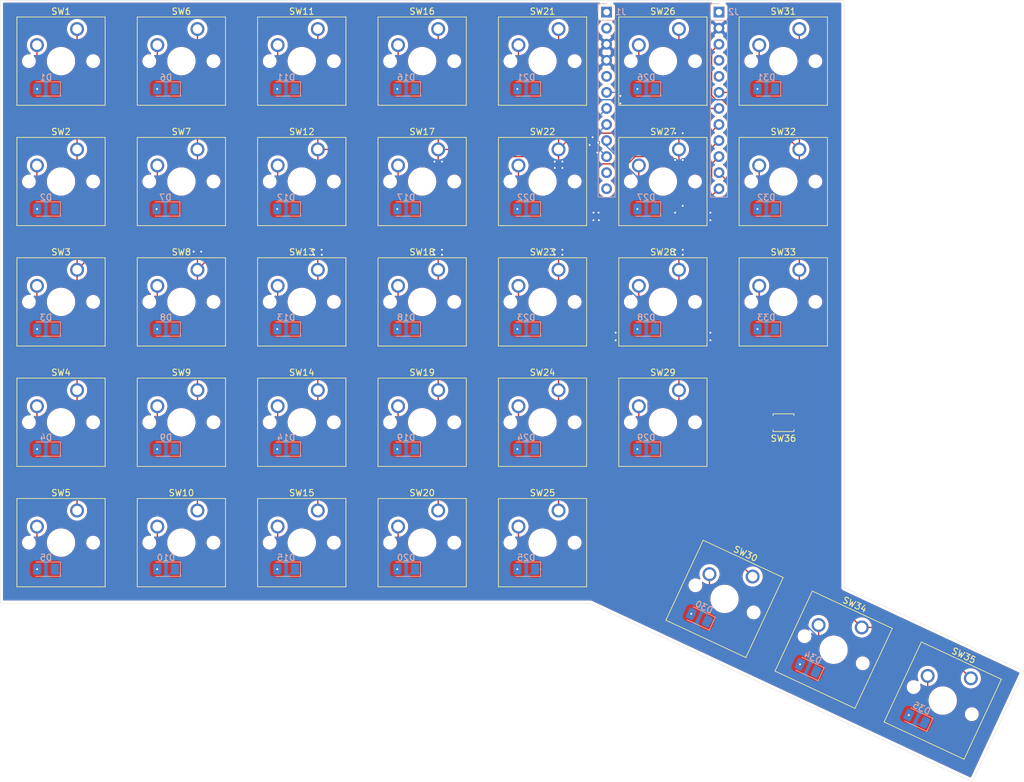
<source format=kicad_pcb>
(kicad_pcb (version 20241229) (generator "pcbnew") (generator_version "9.0")
  (layers (0 "F.Cu" signal) (2 "B.Cu" signal) (13 "F.Paste" user) (15 "B.Paste" user) (5 "F.SilkS" user "F.Silkscreen") (7 "B.SilkS" user "B.Silkscreen") (1 "F.Mask" user) (3 "B.Mask" user) (25 "Edge.Cuts" user))
  (net 0 "")
  (net 1 "Net-(D28-A)")
  (net 2 "row.2.L")
  (net 3 "row.4.L")
  (net 4 "Net-(D20-A)")
  (net 5 "Net-(D21-A)")
  (net 6 "row.0.L")
  (net 7 "row.1.L")
  (net 8 "Net-(D22-A)")
  (net 9 "Net-(D23-A)")
  (net 10 "Net-(D24-A)")
  (net 11 "row.3.L")
  (net 12 "Net-(D25-A)")
  (net 13 "Net-(D26-A)")
  (net 14 "Net-(D27-A)")
  (net 15 "Net-(D19-A)")
  (net 16 "Net-(D29-A)")
  (net 17 "Net-(D30-A)")
  (net 18 "Net-(D31-A)")
  (net 19 "Net-(D32-A)")
  (net 20 "Net-(D33-A)")
  (net 21 "Net-(D34-A)")
  (net 22 "Net-(D35-A)")
  (net 23 "Net-(D1-A)")
  (net 24 "Net-(D10-A)")
  (net 25 "Net-(D2-A)")
  (net 26 "Net-(D3-A)")
  (net 27 "Net-(D4-A)")
  (net 28 "Net-(D5-A)")
  (net 29 "Net-(D6-A)")
  (net 30 "Net-(D7-A)")
  (net 31 "Net-(D8-A)")
  (net 32 "Net-(D9-A)")
  (net 33 "Net-(D11-A)")
  (net 34 "Net-(D12-A)")
  (net 35 "Net-(D13-A)")
  (net 36 "Net-(D14-A)")
  (net 37 "Net-(D15-A)")
  (net 38 "Net-(D16-A)")
  (net 39 "Net-(D17-A)")
  (net 40 "Net-(D18-A)")
  (net 41 "col.4.L")
  (net 42 "col.2.L")
  (net 43 "col.1.L")
  (net 45 "GND")
  (net 46 "col.0.L")
  (net 49 "col.6.L")
  (net 50 "col.3.L")
  (net 51 "Net-(J2-Pin_3)")
  (net 52 "col.5.L")
  (footprint "Button_Switch_Keyboard:SW_Cherry_MX_1.00u_PCB" (layer "F.Cu") (at 168.52125 84.87)
    (property "Reference" "SW28")
    (property "Value" "SW_Push")
  )
  (footprint "Button_Switch_Keyboard:SW_Cherry_MX_1.00u_PCB" (layer "F.Cu") (at 168.52125 46.77)
    (property "Reference" "SW26")
    (property "Value" "SW_Push")
  )
  (footprint "Button_Switch_SMD:SW_SPST_B3U-1000P" (layer "F.Cu") (at 185.0601 109.06354 180)
    (property "Reference" "SW36")
    (property "Value" "SW_Push_Reset" (hide yes))
  )
  (footprint "Button_Switch_Keyboard:SW_Cherry_MX_1.00u_PCB" (layer "F.Cu") (at 73.27125 103.92)
    (property "Reference" "SW4")
    (property "Value" "SW_Push")
  )
  (footprint "Button_Switch_Keyboard:SW_Cherry_MX_1.00u_PCB" (layer "F.Cu") (at 73.27125 46.77)
    (property "Reference" "SW1")
    (property "Value" "SW_Push")
  )
  (footprint "Button_Switch_Keyboard:SW_Cherry_MX_1.00u_PCB" (layer "F.Cu") (at 130.42125 103.92)
    (property "Reference" "SW19")
    (property "Value" "SW_Push")
  )
  (footprint "Button_Switch_Keyboard:SW_Cherry_MX_1.00u_PCB" (layer "F.Cu") (at 168.52125 103.92)
    (property "Reference" "SW29")
    (property "Value" "SW_Push")
  )
  (footprint "Button_Switch_Keyboard:SW_Cherry_MX_1.00u_PCB" (layer "F.Cu") (at 180.183759 133.418529 -25)
    (property "Reference" "SW30")
    (property "Value" "SW_Push")
  )
  (footprint "Button_Switch_Keyboard:SW_Cherry_MX_1.00u_PCB" (layer "F.Cu") (at 111.37125 46.77)
    (property "Reference" "SW11")
    (property "Value" "SW_Push")
  )
  (footprint "Button_Switch_Keyboard:SW_Cherry_MX_1.00u_PCB" (layer "F.Cu") (at 92.32125 103.92)
    (property "Reference" "SW9")
    (property "Value" "SW_Push")
  )
  (footprint "Button_Switch_Keyboard:SW_Cherry_MX_1.00u_PCB" (layer "F.Cu") (at 111.37125 122.97)
    (property "Reference" "SW15")
    (property "Value" "SW_Push")
  )
  (footprint "Button_Switch_Keyboard:SW_Cherry_MX_1.00u_PCB" (layer "F.Cu") (at 130.42125 122.97)
    (property "Reference" "SW20")
    (property "Value" "SW_Push")
  )
  (footprint "Button_Switch_Keyboard:SW_Cherry_MX_1.00u_PCB" (layer "F.Cu") (at 111.37125 65.82)
    (property "Reference" "SW12")
    (property "Value" "SW_Push")
  )
  (footprint "Button_Switch_Keyboard:SW_Cherry_MX_1.00u_PCB" (layer "F.Cu") (at 92.32125 65.82)
    (property "Reference" "SW7")
    (property "Value" "SW_Push")
  )
  (footprint "Button_Switch_Keyboard:SW_Cherry_MX_1.00u_PCB" (layer "F.Cu") (at 130.42125 46.77)
    (property "Reference" "SW16")
    (property "Value" "SW_Push")
  )
  (footprint "Button_Switch_Keyboard:SW_Cherry_MX_1.00u_PCB" (layer "F.Cu") (at 187.57125 84.87)
    (property "Reference" "SW33")
    (property "Value" "SW_Push")
  )
  (footprint "Button_Switch_Keyboard:SW_Cherry_MX_1.00u_PCB" (layer "F.Cu") (at 187.57125 46.77)
    (property "Reference" "SW31")
    (property "Value" "SW_Push")
  )
  (footprint "Button_Switch_Keyboard:SW_Cherry_MX_1.00u_PCB" (layer "F.Cu") (at 149.47125 84.87)
    (property "Reference" "SW23")
    (property "Value" "SW_Push")
  )
  (footprint "Button_Switch_Keyboard:SW_Cherry_MX_1.00u_PCB" (layer "F.Cu") (at 92.32125 46.77)
    (property "Reference" "SW6")
    (property "Value" "SW_Push")
  )
  (footprint "Button_Switch_Keyboard:SW_Cherry_MX_1.00u_PCB" (layer "F.Cu") (at 130.42125 84.87)
    (property "Reference" "SW18")
    (property "Value" "SW_Push")
  )
  (footprint "Button_Switch_Keyboard:SW_Cherry_MX_1.00u_PCB" (layer "F.Cu") (at 149.47125 65.82)
    (property "Reference" "SW22")
    (property "Value" "SW_Push")
  )
  (footprint "Button_Switch_Keyboard:SW_Cherry_MX_1.00u_PCB" (layer "F.Cu") (at 111.37125 84.87)
    (property "Reference" "SW13")
    (property "Value" "SW_Push")
  )
  (footprint "Button_Switch_Keyboard:SW_Cherry_MX_1.00u_PCB" (layer "F.Cu") (at 73.27125 84.87)
    (property "Reference" "SW3")
    (property "Value" "SW_Push")
  )
  (footprint "Button_Switch_Keyboard:SW_Cherry_MX_1.00u_PCB" (layer "F.Cu") (at 92.32125 84.87)
    (property "Reference" "SW8")
    (property "Value" "SW_Push")
  )
  (footprint "Button_Switch_Keyboard:SW_Cherry_MX_1.00u_PCB" (layer "F.Cu") (at 214.714086 149.520285 -25)
    (property "Reference" "SW35")
    (property "Value" "SW_Push")
  )
  (footprint "Button_Switch_Keyboard:SW_Cherry_MX_1.00u_PCB" (layer "F.Cu") (at 197.448923 141.469407 -25)
    (property "Reference" "SW34")
    (property "Value" "SW_Push")
  )
  (footprint "Button_Switch_Keyboard:SW_Cherry_MX_1.00u_PCB" (layer "F.Cu") (at 111.37125 103.92)
    (property "Reference" "SW14")
    (property "Value" "SW_Push")
  )
  (footprint "Button_Switch_Keyboard:SW_Cherry_MX_1.00u_PCB" (layer "F.Cu") (at 149.47125 122.97)
    (property "Reference" "SW25")
    (property "Value" "SW_Push")
  )
  (footprint "Button_Switch_Keyboard:SW_Cherry_MX_1.00u_PCB" (layer "F.Cu") (at 149.47125 103.92)
    (property "Reference" "SW24")
    (property "Value" "SW_Push")
  )
  (footprint "Button_Switch_Keyboard:SW_Cherry_MX_1.00u_PCB" (layer "F.Cu") (at 73.27125 65.82)
    (property "Reference" "SW2")
    (property "Value" "SW_Push")
  )
  (footprint "Button_Switch_Keyboard:SW_Cherry_MX_1.00u_PCB" (layer "F.Cu") (at 168.52125 65.82)
    (property "Reference" "SW27")
    (property "Value" "SW_Push")
  )
  (footprint "Button_Switch_Keyboard:SW_Cherry_MX_1.00u_PCB" (layer "F.Cu") (at 73.27125 122.97)
    (property "Reference" "SW5")
    (property "Value" "SW_Push")
  )
  (footprint "Button_Switch_Keyboard:SW_Cherry_MX_1.00u_PCB" (layer "F.Cu") (at 130.42125 65.82)
    (property "Reference" "SW17")
    (property "Value" "SW_Push")
  )
  (footprint "Button_Switch_Keyboard:SW_Cherry_MX_1.00u_PCB" (layer "F.Cu") (at 187.57125 65.82)
    (property "Reference" "SW32")
    (property "Value" "SW_Push")
  )
  (footprint "Button_Switch_Keyboard:SW_Cherry_MX_1.00u_PCB" (layer "F.Cu") (at 149.47125 46.77)
    (property "Reference" "SW21")
    (property "Value" "SW_Push")
  )
  (footprint "Button_Switch_Keyboard:SW_Cherry_MX_1.00u_PCB" (layer "F.Cu") (at 92.32125 122.97)
    (property "Reference" "SW10")
    (property "Value" "SW_Push")
  )
  (footprint "Diode_SMD:D_1206_3216Metric" (layer "B.Cu") (at 87.35 113.25 180)
    (property "Reference" "D9")
    (property "Value" "1N4148")
  )
  (footprint "Diode_SMD:D_1206_3216Metric" (layer "B.Cu") (at 163.35 94.25 180)
    (property "Reference" "D28")
    (property "Value" "1N4148")
  )
  (footprint "Diode_SMD:D_1206_3216Metric" (layer "B.Cu") (at 163.35 56.25 180)
    (property "Reference" "D26")
    (property "Value" "1N4148")
  )
  (footprint "Diode_SMD:D_1206_3216Metric" (layer "B.Cu") (at 163.35 75.25 180)
    (property "Reference" "D27")
    (property "Value" "1N4148")
  )
  (footprint "Diode_SMD:D_1206_3216Metric" (layer "B.Cu") (at 182.35 75.25 180)
    (property "Reference" "D32")
    (property "Value" "1N4148")
  )
  (footprint "Diode_SMD:D_1206_3216Metric" (layer "B.Cu") (at 87.35 56.25 180)
    (property "Reference" "D6")
    (property "Value" "1N4148")
  )
  (footprint "Diode_SMD:D_1206_3216Metric" (layer "B.Cu") (at 106.35 132.25 180)
    (property "Reference" "D15")
    (property "Value" "1N4148")
  )
  (footprint "Diode_SMD:D_1206_3216Metric" (layer "B.Cu") (at 87.25 75.25 180)
    (property "Reference" "D7")
    (property "Value" "1N4148")
  )
  (footprint "Diode_SMD:D_1206_3216Metric" (layer "B.Cu") (at 125.35 113.25 180)
    (property "Reference" "D19")
    (property "Value" "1N4148")
  )
  (footprint "Connector_PinSocket_2.54mm:PinSocket_1x12_P2.54mm_Vertical" (layer "B.Cu") (at 174.85 44.1 180)
    (property "Reference" "J2")
    (property "Value" "Conn_01x12_Pin")
  )
  (footprint "Diode_SMD:D_1206_3216Metric" (layer "B.Cu") (at 125.35 94.25 180)
    (property "Reference" "D18")
    (property "Value" "1N4148")
  )
  (footprint "Diode_SMD:D_1206_3216Metric" (layer "B.Cu") (at 106.35 94.25 180)
    (property "Reference" "D13")
    (property "Value" "1N4148")
  )
  (footprint "Diode_SMD:D_1206_3216Metric" (layer "B.Cu") (at 206.163875 155.927797 155)
    (property "Reference" "D35")
    (property "Value" "1N4148")
  )
  (footprint "Diode_SMD:D_1206_3216Metric" (layer "B.Cu") (at 125.35 75.25 180)
    (property "Reference" "D17")
    (property "Value" "1N4148")
  )
  (footprint "Diode_SMD:D_1206_3216Metric" (layer "B.Cu") (at 68.35 132.25 180)
    (property "Reference" "D5")
    (property "Value" "1N4148")
  )
  (footprint "Diode_SMD:D_1206_3216Metric" (layer "B.Cu") (at 144.35 113.25 180)
    (property "Reference" "D24")
    (property "Value" "1N4148")
  )
  (footprint "Diode_SMD:D_1206_3216Metric" (layer "B.Cu") (at 87.35 132.25 180)
    (property "Reference" "D10")
    (property "Value" "1N4148")
  )
  (footprint "Diode_SMD:D_1206_3216Metric" (layer "B.Cu") (at 144.35 132.25 180)
    (property "Reference" "D25")
    (property "Value" "1N4148")
  )
  (footprint "Diode_SMD:D_1206_3216Metric" (layer "B.Cu") (at 125.35 132.25 180)
    (property "Reference" "D20")
    (property "Value" "1N4148")
  )
  (footprint "Diode_SMD:D_1206_3216Metric" (layer "B.Cu") (at 144.35 94.25 180)
    (property "Reference" "D23")
    (property "Value" "1N4148")
  )
  (footprint "Diode_SMD:D_1206_3216Metric" (layer "B.Cu") (at 163.35 113.25 180)
    (property "Reference" "D29")
    (property "Value" "1N4148")
  )
  (footprint "Diode_SMD:D_1206_3216Metric" (layer "B.Cu") (at 106.35 75.25 180)
    (property "Reference" "D12")
    (property "Value" "1N4148")
  )
  (footprint "Diode_SMD:D_1206_3216Metric" (layer "B.Cu") (at 68.35 56.25 180)
    (property "Reference" "D1")
    (property "Value" "1N4148")
  )
  (footprint "Diode_SMD:D_1206_3216Metric" (layer "B.Cu") (at 182.35 94.25 180)
    (property "Reference" "D33")
    (property "Value" "1N4148")
  )
  (footprint "Diode_SMD:D_1206_3216Metric" (layer "B.Cu") (at 68.35 75.25 180)
    (property "Reference" "D2")
    (property "Value" "1N4148")
  )
  (footprint "Diode_SMD:D_1206_3216Metric" (layer "B.Cu") (at 68.35 94.25 180)
    (property "Reference" "D3")
    (property "Value" "1N4148")
  )
  (footprint "Diode_SMD:D_1206_3216Metric" (layer "B.Cu") (at 182.35 56.25 180)
    (property "Reference" "D31")
    (property "Value" "1N4148")
  )
  (footprint "Diode_SMD:D_1206_3216Metric" (layer "B.Cu") (at 144.35 56.25 180)
    (property "Reference" "D21")
    (property "Value" "1N4148")
  )
  (footprint "Diode_SMD:D_1206_3216Metric" (layer "B.Cu") (at 106.35 56.25 180)
    (property "Reference" "D11")
    (property "Value" "1N4148")
  )
  (footprint "Diode_SMD:D_1206_3216Metric" (layer "B.Cu") (at 144.35 75.25 180)
    (property "Reference" "D22")
    (property "Value" "1N4148")
  )
  (footprint "Diode_SMD:D_1206_3216Metric" (layer "B.Cu") (at 125.35 56.25 180)
    (property "Reference" "D16")
    (property "Value" "1N4148")
  )
  (footprint "Connector_PinSocket_2.54mm:PinSocket_1x12_P2.54mm_Vertical" (layer "B.Cu") (at 157.07 44.1 180)
    (property "Reference" "J1")
    (property "Value" "Conn_01x12_Pin")
  )
  (footprint "Diode_SMD:D_1206_3216Metric" (layer "B.Cu") (at 188.944027 147.89805 155)
    (property "Reference" "D34")
    (property "Value" "1N4148")
  )
  (footprint "Diode_SMD:D_1206_3216Metric" (layer "B.Cu") (at 171.731169 139.908334 155)
    (property "Reference" "D30")
    (property "Value" "1N4148")
  )
  (footprint "Diode_SMD:D_1206_3216Metric" (layer "B.Cu") (at 87.35 94.25 180)
    (property "Reference" "D8")
    (property "Value" "1N4148")
  )
  (footprint "Diode_SMD:D_1206_3216Metric" (layer "B.Cu") (at 68.35 113.25 180)
    (property "Reference" "D4")
    (property "Value" "1N4148")
  )
  (footprint "Diode_SMD:D_1206_3216Metric" (layer "B.Cu") (at 106.35 113.25 180)
    (property "Reference" "D14")
    (property "Value" "1N4148")
  )
  (gr_line (start 162.914523 141.611892) (end 154.533583 137.7) (stroke (width 0.05)) (layer "Edge.Cuts"))
  (gr_line (start 194.7 99.6) (end 194.7 135.15) (stroke (width 0.05)) (layer "Edge.Cuts"))
  (gr_line (start 162.914523 141.611892) (end 214.95 165.9) (stroke (width 0.05)) (layer "Edge.Cuts"))
  (gr_line (start 61.1 137.7) (end 154.533583 137.7) (stroke (width 0.05)) (layer "Edge.Cuts"))
  (gr_line (start 194.65 42.2) (end 194.7 42.2) (stroke (width 0.05)) (layer "Edge.Cuts"))
  (gr_line (start 194.7 42.2) (end 194.7 99.6) (stroke (width 0.05)) (layer "Edge.Cuts"))
  (gr_line (start 61.1 42.2) (end 61.1 137.7) (stroke (width 0.05)) (layer "Edge.Cuts"))
  (gr_line (start 214.95 165.9) (end 223.1 148.4) (stroke (width 0.05)) (layer "Edge.Cuts"))
  (gr_line (start 61.1 42.2) (end 194.65 42.2) (stroke (width 0.05)) (layer "Edge.Cuts"))
  (gr_line (start 194.7 135.15) (end 223.1 148.4) (stroke (width 0.05)) (layer "Edge.Cuts"))
  (segment (start 162.17125 94.02875) (end 161.95 94.25) (width 0.2) (layer "F.Cu") (net 1))
  (segment (start 162.17125 87.41) (end 162.17125 94.02875) (width 0.2) (layer "F.Cu") (net 1))
  (via (at 161.95 94.25) (size 0.6) (drill 0.3) (layers "F.Cu" "B.Cu") (net 1))
  (segment (start 155.848527 75.874524) (end 155.800003 75.826) (width 0.2) (layer "F.Cu") (net 2))
  (segment (start 155.6 64.9) (end 155.75 64.75) (width 0.2) (layer "F.Cu") (net 2))
  (segment (start 155.848527 77.026) (end 155.848527 75.874524) (width 0.2) (layer "F.Cu") (net 2))
  (segment (start 155.6 66.338527) (end 155.6 64.9) (width 0.2) (layer "F.Cu") (net 2))
  (via (at 155.848527 77.026) (size 0.6) (drill 0.3) (layers "F.Cu" "B.Cu") (net 2))
  (via (at 155.6 66.338527) (size 0.6) (drill 0.3) (layers "F.Cu" "B.Cu") (net 2))
  (via (at 155.800003 75.826) (size 0.6) (drill 0.3) (layers "F.Cu" "B.Cu") (net 2))
  (via (at 155.75 64.75) (size 0.6) (drill 0.3) (layers "F.Cu" "B.Cu") (net 2))
  (segment (start 107.75 94.25) (end 108.926 95.426) (width 0.2) (layer "B.Cu") (net 2))
  (segment (start 155.800003 75.826) (end 155.800003 66.53853) (width 0.2) (layer "B.Cu") (net 2))
  (segment (start 163.574 95.426) (end 164.75 94.25) (width 0.2) (layer "B.Cu") (net 2))
  (segment (start 165.926 95.426) (end 182.574 95.426) (width 0.2) (layer "B.Cu") (net 2))
  (segment (start 69.75 94.25) (end 71.25 95.75) (width 0.2) (layer "B.Cu") (net 2))
  (segment (start 158.901 80.078473) (end 155.848527 77.026) (width 0.2) (layer "B.Cu") (net 2))
  (segment (start 146.926 95.426) (end 163.574 95.426) (width 0.2) (layer "B.Cu") (net 2))
  (segment (start 106.574 95.426) (end 107.75 94.25) (width 0.2) (layer "B.Cu") (net 2))
  (segment (start 88.75 94.25) (end 89.926 95.426) (width 0.2) (layer "B.Cu") (net 2))
  (segment (start 89.926 95.426) (end 106.574 95.426) (width 0.2) (layer "B.Cu") (net 2))
  (segment (start 164.75 94.25) (end 165.926 95.426) (width 0.2) (layer "B.Cu") (net 2))
  (segment (start 127.926 95.426) (end 144.574 95.426) (width 0.2) (layer "B.Cu") (net 2))
  (segment (start 87.25 95.75) (end 88.75 94.25) (width 0.2) (layer "B.Cu") (net 2))
  (segment (start 155.800003 66.53853) (end 155.6 66.338527) (width 0.2) (layer "B.Cu") (net 2))
  (segment (start 108.926 95.426) (end 125.574 95.426) (width 0.2) (layer "B.Cu") (net 2))
  (segment (start 145.75 94.25) (end 146.926 95.426) (width 0.2) (layer "B.Cu") (net 2))
  (segment (start 155.75 63.2) (end 157.07 61.88) (width 0.2) (layer "B.Cu") (net 2))
  (segment (start 158.901 86.25128) (end 158.901 80.078473) (width 0.2) (layer "B.Cu") (net 2))
  (segment (start 182.574 95.426) (end 183.75 94.25) (width 0.2) (layer "B.Cu") (net 2))
  (segment (start 164.75 92.10028) (end 158.901 86.25128) (width 0.2) (layer "B.Cu") (net 2))
  (segment (start 125.574 95.426) (end 126.75 94.25) (width 0.2) (layer "B.Cu") (net 2))
  (segment (start 144.574 95.426) (end 145.75 94.25) (width 0.2) (layer "B.Cu") (net 2))
  (segment (start 126.75 94.25) (end 127.926 95.426) (width 0.2) (layer "B.Cu") (net 2))
  (segment (start 71.25 95.75) (end 87.25 95.75) (width 0.2) (layer "B.Cu") (net 2))
  (segment (start 155.75 64.75) (end 155.75 63.2) (width 0.2) (layer "B.Cu") (net 2))
  (segment (start 164.75 94.25) (end 164.75 92.10028) (width 0.2) (layer "B.Cu") (net 2))
  (segment (start 159.25 58.551) (end 159.25 57.351) (width 0.2) (layer "F.Cu") (net 3))
  (segment (start 173.5 96.026) (end 173.5 94.826) (width 0.2) (layer "F.Cu") (net 3))
  (segment (start 173.5 77.026) (end 173.5 75.826) (width 0.2) (layer "F.Cu") (net 3))
  (via (at 173.5 77.026) (size 0.6) (drill 0.3) (layers "F.Cu" "B.Cu") (net 3))
  (via (at 173.5 96.026) (size 0.6) (drill 0.3) (layers "F.Cu" "B.Cu") (net 3))
  (via (at 159.25 58.551) (size 0.6) (drill 0.3) (layers "F.Cu" "B.Cu") (net 3))
  (via (at 173.5 75.826) (size 0.6) (drill 0.3) (layers "F.Cu" "B.Cu") (net 3))
  (via (at 159.25 57.351) (size 0.6) (drill 0.3) (layers "F.Cu" "B.Cu") (net 3))
  (via (at 173.5 94.826) (size 0.6) (drill 0.3) (layers "F.Cu" "B.Cu") (net 3))
  (segment (start 194.25 150.75) (end 195.351 149.649) (width 0.2) (layer "B.Cu") (net 3))
  (segment (start 173.5 75.826) (end 169.86025 72.18625) (width 0.2) (layer "B.Cu") (net 3))
  (segment (start 169.86025 72.18625) (end 169.86025 70.288943) (width 0.2) (layer "B.Cu") (net 3))
  (segment (start 158.699 56.8) (end 157.07 56.8) (width 0.2) (layer "B.Cu") (net 3))
  (segment (start 195.351 136.650942) (end 173.5 114.799942) (width 0.2) (layer "B.Cu") (net 3))
  (segment (start 207.202169 156.75) (end 207.432706 156.519463) (width 0.2) (layer "B.Cu") (net 3))
  (segment (start 89.926 133.426) (end 106.574 133.426) (width 0.2) (layer "B.Cu") (net 3))
  (segment (start 107.75 132.25) (end 108.926 133.426) (width 0.2) (layer "B.Cu") (net 3))
  (segment (start 125.574 133.426) (end 126.75 132.25) (width 0.2) (layer "B.Cu") (net 3))
  (segment (start 200.25 156.75) (end 207.202169 156.75) (width 0.2) (layer "B.Cu") (net 3))
  (segment (start 195.351 149.649) (end 195.351 136.650942) (width 0.2) (layer "B.Cu") (net 3))
  (segment (start 194.25 150.75) (end 200.25 156.75) (width 0.2) (layer "B.Cu") (net 3))
  (segment (start 126.75 132.25) (end 127.926 133.426) (width 0.2) (layer "B.Cu") (net 3))
  (segment (start 173.5 94.826) (end 173.5 77.026) (width 0.2) (layer "B.Cu") (net 3))
  (segment (start 187.75 150.75) (end 194.25 150.75) (width 0.2) (layer "B.Cu") (net 3))
  (segment (start 106.574 133.426) (end 107.75 132.25) (width 0.2) (layer "B.Cu") (net 3))
  (segment (start 173 140.5) (end 177.5 140.5) (width 0.2) (layer "B.Cu") (net 3))
  (segment (start 145.75 132.25) (end 165.71377 132.25) (width 0.2) (layer "B.Cu") (net 3))
  (segment (start 159.25 59.678693) (end 159.25 58.551) (width 0.2) (layer "B.Cu") (net 3))
  (segment (start 173 139.53623) (end 173 140.5) (width 0.2) (layer "B.Cu") (net 3))
  (segment (start 173.5 114.799942) (end 173.5 96.026) (width 0.2) (layer "B.Cu") (net 3))
  (segment (start 165.71377 132.25) (end 173 139.53623) (width 0.2) (layer "B.Cu") (net 3))
  (segment (start 177.5 140.5) (end 187.75 150.75) (width 0.2) (layer "B.Cu") (net 3))
  (segment (start 144.574 133.426) (end 145.75 132.25) (width 0.2) (layer "B.Cu") (net 3))
  (segment (start 108.926 133.426) (end 125.574 133.426) (width 0.2) (layer "B.Cu") (net 3))
  (segment (start 71 133.5) (end 87.5 133.5) (width 0.2) (layer "B.Cu") (net 3))
  (segment (start 69.75 132.25) (end 71 133.5) (width 0.2) (layer "B.Cu") (net 3))
  (segment (start 88.75 132.25) (end 89.926 133.426) (width 0.2) (layer "B.Cu") (net 3))
  (segment (start 87.5 133.5) (end 88.75 132.25) (width 0.2) (layer "B.Cu") (net 3))
  (segment (start 169.86025 70.288943) (end 159.25 59.678693) (width 0.2) (layer "B.Cu") (net 3))
  (segment (start 159.25 57.351) (end 158.699 56.8) (width 0.2) (layer "B.Cu") (net 3))
  (segment (start 127.926 133.426) (end 144.574 133.426) (width 0.2) (layer "B.Cu") (net 3))
  (segment (start 124.07125 125.51) (end 124.07125 132.12875) (width 0.2) (layer "F.Cu") (net 4))
  (segment (start 124.07125 132.12875) (end 123.95 132.25) (width 0.2) (layer "F.Cu") (net 4))
  (via (at 123.95 132.25) (size 0.6) (drill 0.3) (layers "F.Cu" "B.Cu") (net 4))
  (segment (start 143.12125 49.31) (end 143.12125 56.07875) (width 0.2) (layer "F.Cu") (net 5))
  (segment (start 143.12125 56.07875) (end 142.95 56.25) (width 0.2) (layer "F.Cu") (net 5))
  (via (at 142.95 56.25) (size 0.6) (drill 0.3) (layers "F.Cu" "B.Cu") (net 5))
  (segment (start 182.049 57.951) (end 183.75 56.25) (width 0.2) (layer "B.Cu") (net 6))
  (segment (start 108.926 57.426) (end 125.574 57.426) (width 0.2) (layer "B.Cu") (net 6))
  (segment (start 163.049 57.951) (end 164.75 56.25) (width 0.2) (layer "B.Cu") (net 6))
  (segment (start 107.75 56.25) (end 108.926 57.426) (width 0.2) (layer "B.Cu") (net 6))
  (segment (start 144.574 57.426) (end 145.75 56.25) (width 0.2) (layer "B.Cu") (net 6))
  (segment (start 87.574 57.426) (end 88.75 56.25) (width 0.2) (layer "B.Cu") (net 6))
  (segment (start 145.75 56.25) (end 146.36 56.25) (width 0.2) (layer "B.Cu") (net 6))
  (segment (start 154 57.951) (end 154 63.89) (width 0.2) (layer "B.Cu") (net 6))
  (segment (start 88.75 56.25) (end 89.926 57.426) (width 0.2) (layer "B.Cu") (net 6))
  (segment (start 145.75 56.25) (end 147.451 57.951) (width 0.2) (layer "B.Cu") (net 6))
  (segment (start 154 63.89) (end 157.07 66.96) (width 0.2) (layer "B.Cu") (net 6))
  (segment (start 69.75 56.25) (end 70.926 57.426) (width 0.2) (layer "B.Cu") (net 6))
  (segment (start 125.574 57.426) (end 126.75 56.25) (width 0.2) (layer "B.Cu") (net 6))
  (segment (start 127.926 57.426) (end 144.574 57.426) (width 0.2) (layer "B.Cu") (net 6))
  (segment (start 126.75 56.25) (end 127.926 57.426) (width 0.2) (layer "B.Cu") (net 6))
  (segment (start 147.451 57.951) (end 154 57.951) (width 0.2) (layer "B.Cu") (net 6))
  (segment (start 70.926 57.426) (end 87.574 57.426) (width 0.2) (layer "B.Cu") (net 6))
  (segment (start 154 57.951) (end 163.049 57.951) (width 0.2) (layer "B.Cu") (net 6))
  (segment (start 164.75 56.25) (end 166.451 57.951) (width 0.2) (layer "B.Cu") (net 6))
  (segment (start 89.926 57.426) (end 106.574 57.426) (width 0.2) (layer "B.Cu") (net 6))
  (segment (start 166.451 57.951) (end 182.049 57.951) (width 0.2) (layer "B.Cu") (net 6))
  (segment (start 106.574 57.426) (end 107.75 56.25) (width 0.2) (layer "B.Cu") (net 6))
  (segment (start 126.75 75.25) (end 127.926 76.426) (width 0.2) (layer "B.Cu") (net 7))
  (segment (start 146.926 76.426) (end 163.574 76.426) (width 0.2) (layer "B.Cu") (net 7))
  (segment (start 125.574 76.426) (end 126.75 75.25) (width 0.2) (layer "B.Cu") (net 7))
  (segment (start 164.75 75.25) (end 165.926 76.426) (width 0.2) (layer "B.Cu") (net 7))
  (segment (start 106.25 76.75) (end 107.75 75.25) (width 0.2) (layer "B.Cu") (net 7))
  (segment (start 108.926 76.426) (end 125.574 76.426) (width 0.2) (layer "B.Cu") (net 7))
  (segment (start 163.574 76.426) (end 164.75 75.25) (width 0.2) (layer "B.Cu") (net 7))
  (segment (start 144.574 76.426) (end 145.75 75.25) (width 0.2) (layer "B.Cu") (net 7))
  (segment (start 145.75 75.25) (end 146.926 76.426) (width 0.2) (layer "B.Cu") (net 7))
  (segment (start 71.25 76.75) (end 87.15 76.75) (width 0.2) (layer "B.Cu") (net 7))
  (segment (start 157.07 65.313566) (end 157.07 64.42) (width 0.2) (layer "B.Cu") (net 7))
  (segment (start 87.15 76.75) (end 88.65 75.25) (width 0.2) (layer "B.Cu") (net 7))
  (segment (start 88.65 75.25) (end 90.15 76.75) (width 0.2) (layer "B.Cu") (net 7))
  (segment (start 90.15 76.75) (end 106.25 76.75) (width 0.2) (layer "B.Cu") (net 7))
  (segment (start 127.926 76.426) (end 144.574 76.426) (width 0.2) (layer "B.Cu") (net 7))
  (segment (start 69.75 75.25) (end 71.25 76.75) (width 0.2) (layer "B.Cu") (net 7))
  (segment (start 107.75 75.25) (end 108.926 76.426) (width 0.2) (layer "B.Cu") (net 7))
  (segment (start 164.75 72.993566) (end 157.07 65.313566) (width 0.2) (layer "B.Cu") (net 7))
  (segment (start 165.926 76.426) (end 182.574 76.426) (width 0.2) (layer "B.Cu") (net 7))
  (segment (start 182.574 76.426) (end 183.75 75.25) (width 0.2) (layer "B.Cu") (net 7))
  (segment (start 164.75 75.25) (end 164.75 72.993566) (width 0.2) (layer "B.Cu") (net 7))
  (segment (start 143.12125 68.36) (end 143.12125 75.07875) (width 0.2) (layer "F.Cu") (net 8))
  (segment (start 143.12125 75.07875) (end 142.95 75.25) (width 0.2) (layer "F.Cu") (net 8))
  (via (at 142.95 75.25) (size 0.6) (drill 0.3) (layers "F.Cu" "B.Cu") (net 8))
  (segment (start 143.12125 94.07875) (end 142.95 94.25) (width 0.2) (layer "F.Cu") (net 9))
  (segment (start 143.12125 87.41) (end 143.12125 94.07875) (width 0.2) (layer "F.Cu") (net 9))
  (via (at 142.95 94.25) (size 0.6) (drill 0.3) (layers "F.Cu" "B.Cu") (net 9))
  (segment (start 143.12125 106.46) (end 143.12125 113.07875) (width 0.2) (layer "F.Cu") (net 10))
  (segment (start 143.12125 113.07875) (end 142.95 113.25) (width 0.2) (layer "F.Cu") (net 10))
  (via (at 142.95 113.25) (size 0.6) (drill 0.3) (layers "F.Cu" "B.Cu") (net 10))
  (segment (start 158.5 96.026) (end 158.5 94.826) (width 0.2) (layer "F.Cu") (net 11))
  (segment (start 155 77.026) (end 155 75.826) (width 0.2) (layer "F.Cu") (net 11))
  (segment (start 154.380735 64.369265) (end 154.854265 63.895735) (width 0.2) (layer "F.Cu") (net 11))
  (segment (start 154.380735 65.119265) (end 154.380735 64.369265) (width 0.2) (layer "F.Cu") (net 11))
  (via (at 158.5 94.826) (size 0.6) (drill 0.3) (layers "F.Cu" "B.Cu") (net 11))
  (via (at 155 77.026) (size 0.6) (drill 0.3) (layers "F.Cu" "B.Cu") (net 11))
  (via (at 154.854265 63.895735) (size 0.6) (drill 0.3) (layers "F.Cu" "B.Cu") (net 11))
  (via (at 154.380735 65.119265) (size 0.6) (drill 0.3) (layers "F.Cu" "B.Cu") (net 11))
  (via (at 158.5 96.026) (size 0.6) (drill 0.3) (layers "F.Cu" "B.Cu") (net 11))
  (via (at 155 75.826) (size 0.6) (drill 0.3) (layers "F.Cu" "B.Cu") (net 11))
  (segment (start 190.212858 142.661557) (end 182.37083 134.819529) (width 0.2) (layer "B.Cu") (net 11))
  (segment (start 182.37083 130.87083) (end 164.75 113.25) (width 0.2) (layer "B.Cu") (net 11))
  (segment (start 107.75 113.25) (end 108.926 114.426) (width 0.2) (layer "B.Cu") (net 11))
  (segment (start 88.75 113.25) (end 89.926 114.426) (width 0.2) (layer "B.Cu") (net 11))
  (segment (start 144.574 114.426) (end 145.75 113.25) (width 0.2) (layer "B.Cu") (net 11))
  (segment (start 164.75 113.25) (end 163.63025 112.13025) (width 0.2) (layer "B.Cu") (net 11))
  (segment (start 182.37083 134.819529) (end 182.37083 130.87083) (width 0.2) (layer "B.Cu") (net 11))
  (segment (start 154.854265 61.555735) (end 157.07 59.34) (width 0.2) (layer "B.Cu") (net 11))
  (segment (start 158.5 94.826) (end 158.5 80.526) (width 0.2) (layer "B.Cu") (net 11))
  (segment (start 163.574 114.426) (end 164.75 113.25) (width 0.2) (layer "B.Cu") (net 11))
  (segment (start 154.854265 63.895735) (end 154.854265 61.555735) (width 0.2) (layer "B.Cu") (net 11))
  (segment (start 125.574 114.426) (end 126.75 113.25) (width 0.2) (layer "B.Cu") (net 11))
  (segment (start 163.63025 112.13025) (end 163.63025 101.15625) (width 0.2) (layer "B.Cu") (net 11))
  (segment (start 146.926 114.426) (end 163.574 114.426) (width 0.2) (layer "B.Cu") (net 11))
  (segment (start 155 65.73853) (end 154.380735 65.119265) (width 0.2) (layer "B.Cu") (net 11))
  (segment (start 127.926 114.426) (end 144.574 114.426) (width 0.2) (layer "B.Cu") (net 11))
  (segment (start 87.574 114.426) (end 88.75 113.25) (width 0.2) (layer "B.Cu") (net 11))
  (segment (start 108.926 114.426) (end 125.574 114.426) (width 0.2) (layer "B.Cu") (net 11))
  (segment (start 106.574 114.426) (end 107.75 113.25) (width 0.2) (layer "B.Cu") (net 11))
  (segment (start 155 75.826) (end 155 65.73853) (width 0.2) (layer "B.Cu") (net 11))
  (segment (start 89.926 114.426) (end 106.574 114.426) (width 0.2) (layer "B.Cu") (net 11))
  (segment (start 190.212858 148.489716) (end 190.212858 142.661557) (width 0.2) (layer "B.Cu") (net 11))
  (segment (start 145.75 113.25) (end 146.926 114.426) (width 0.2) (layer "B.Cu") (net 11))
  (segment (start 158.5 80.526) (end 155 77.026) (width 0.2) (layer "B.Cu") (net 11))
  (segment (start 126.75 113.25) (end 127.926 114.426) (width 0.2) (layer "B.Cu") (net 11))
  (segment (start 70.926 114.426) (end 87.574 114.426) (width 0.2) (layer "B.Cu") (net 11))
  (segment (start 163.63025 101.15625) (end 158.5 96.026) (width 0.2) (layer "B.Cu") (net 11))
  (segment (start 69.75 113.25) (end 70.926 114.426) (width 0.2) (layer "B.Cu") (net 11))
  (segment (start 143.12125 132.07875) (end 142.95 132.25) (width 0.2) (layer "F.Cu") (net 12))
  (segment (start 143.12125 125.51) (end 143.12125 132.07875) (width 0.2) (layer "F.Cu") (net 12))
  (via (at 142.95 132.25) (size 0.6) (drill 0.3) (layers "F.Cu" "B.Cu") (net 12))
  (segment (start 162.17125 56.02875) (end 161.95 56.25) (width 0.2) (layer "F.Cu") (net 13))
  (segment (start 162.17125 49.31) (end 162.17125 56.02875) (width 0.2) (layer "F.Cu") (net 13))
  (via (at 161.95 56.25) (size 0.6) (drill 0.3) (layers "F.Cu" "B.Cu") (net 13))
  (segment (start 162.17125 68.36) (end 162.17125 75.02875) (width 0.2) (layer "F.Cu") (net 14))
  (segment (start 162.17125 75.02875) (end 161.95 75.25) (width 0.2) (layer "F.Cu") (net 14))
  (via (at 161.95 75.25) (size 0.6) (drill 0.3) (layers "F.Cu" "B.Cu") (net 14))
  (segment (start 124.07125 106.46) (end 124.07125 113.12875) (width 0.2) (layer "F.Cu") (net 15))
  (segment (start 124.07125 113.12875) (end 123.95 113.25) (width 0.2) (layer "F.Cu") (net 15))
  (via (at 123.95 113.25) (size 0.6) (drill 0.3) (layers "F.Cu" "B.Cu") (net 15))
  (segment (start 162.17125 113.02875) (end 161.95 113.25) (width 0.2) (layer "F.Cu") (net 16))
  (segment (start 162.17125 106.46) (end 162.17125 113.02875) (width 0.2) (layer "F.Cu") (net 16))
  (via (at 161.95 113.25) (size 0.6) (drill 0.3) (layers "F.Cu" "B.Cu") (net 16))
  (segment (start 173.355254 136.423752) (end 170.462338 139.316668) (width 0.2) (layer "F.Cu") (net 17))
  (segment (start 173.355254 133.036925) (end 173.355254 136.423752) (width 0.2) (layer "F.Cu") (net 17))
  (via (at 170.462338 139.316668) (size 0.6) (drill 0.3) (layers "F.Cu" "B.Cu") (net 17))
  (segment (start 181.22125 55.97875) (end 180.95 56.25) (width 0.2) (layer "F.Cu") (net 18))
  (segment (start 181.22125 49.31) (end 181.22125 55.97875) (width 0.2) (layer "F.Cu") (net 18))
  (via (at 180.95 56.25) (size 0.6) (drill 0.3) (layers "F.Cu" "B.Cu") (net 18))
  (segment (start 181.22125 74.97875) (end 180.95 75.25) (width 0.2) (layer "F.Cu") (net 19))
  (segment (start 181.22125 68.36) (end 181.22125 74.97875) (width 0.2) (layer "F.Cu") (net 19))
  (via (at 180.95 75.25) (size 0.6) (drill 0.3) (layers "F.Cu" "B.Cu") (net 19))
  (segment (start 181.22125 87.41) (end 181.22125 93.97875) (width 0.2) (layer "F.Cu") (net 20))
  (segment (start 181.22125 93.97875) (end 180.95 94.25) (width 0.2) (layer "F.Cu") (net 20))
  (via (at 180.95 94.25) (size 0.6) (drill 0.3) (layers "F.Cu" "B.Cu") (net 20))
  (segment (start 190.620418 144.361162) (end 187.675196 147.306384) (width 0.2) (layer "F.Cu") (net 21))
  (segment (start 190.620418 141.087803) (end 190.620418 144.361162) (width 0.2) (layer "F.Cu") (net 21))
  (via (at 187.675196 147.306384) (size 0.6) (drill 0.3) (layers "F.Cu" "B.Cu") (net 21))
  (segment (start 207.885581 149.138681) (end 207.885581 152.345594) (width 0.2) (layer "F.Cu") (net 22))
  (segment (start 207.885581 152.345594) (end 204.895044 155.336131) (width 0.2) (layer "F.Cu") (net 22))
  (via (at 204.895044 155.336131) (size 0.6) (drill 0.3) (layers "F.Cu" "B.Cu") (net 22))
  (segment (start 66.92125 56.22125) (end 66.95 56.25) (width 0.2) (layer "F.Cu") (net 23))
  (segment (start 66.92125 49.31) (end 66.92125 56.22125) (width 0.2) (layer "F.Cu") (net 23))
  (via (at 66.95 56.25) (size 0.6) (drill 0.3) (layers "F.Cu" "B.Cu") (net 23))
  (segment (start 85.97125 125.51) (end 85.97125 132.22875) (width 0.2) (layer "F.Cu") (net 24))
  (segment (start 85.97125 132.22875) (end 85.95 132.25) (width 0.2) (layer "F.Cu") (net 24))
  (via (at 85.95 132.25) (size 0.6) (drill 0.3) (layers "F.Cu" "B.Cu") (net 24))
  (segment (start 66.92125 68.36) (end 66.92125 75.22125) (width 0.2) (layer "F.Cu") (net 25))
  (segment (start 66.92125 75.22125) (end 66.95 75.25) (width 0.2) (layer "F.Cu") (net 25))
  (via (at 66.95 75.25) (size 0.6) (drill 0.3) (layers "F.Cu" "B.Cu") (net 25))
  (segment (start 66.92125 94.22125) (end 66.95 94.25) (width 0.2) (layer "F.Cu") (net 26))
  (segment (start 66.92125 87.41) (end 66.92125 94.22125) (width 0.2) (layer "F.Cu") (net 26))
  (via (at 66.95 94.25) (size 0.6) (drill 0.3) (layers "F.Cu" "B.Cu") (net 26))
  (segment (start 66.92125 113.22125) (end 66.95 113.25) (width 0.2) (layer "F.Cu") (net 27))
  (segment (start 66.92125 106.46) (end 66.92125 113.22125) (width 0.2) (layer "F.Cu") (net 27))
  (via (at 66.95 113.25) (size 0.6) (drill 0.3) (layers "F.Cu" "B.Cu") (net 27))
  (segment (start 66.92125 125.51) (end 66.92125 132.22125) (width 0.2) (layer "F.Cu") (net 28))
  (segment (start 66.92125 132.22125) (end 66.95 132.25) (width 0.2) (layer "F.Cu") (net 28))
  (via (at 66.95 132.25) (size 0.6) (drill 0.3) (layers "F.Cu" "B.Cu") (net 28))
  (segment (start 85.97125 56.22875) (end 85.95 56.25) (width 0.2) (layer "F.Cu") (net 29))
  (segment (start 85.97125 49.31) (end 85.97125 56.22875) (width 0.2) (layer "F.Cu") (net 29))
  (via (at 85.95 56.25) (size 0.6) (drill 0.3) (layers "F.Cu" "B.Cu") (net 29))
  (segment (start 85.97125 75.12875) (end 85.85 75.25) (width 0.2) (layer "F.Cu") (net 30))
  (segment (start 85.97125 68.36) (end 85.97125 75.12875) (width 0.2) (layer "F.Cu") (net 30))
  (via (at 85.85 75.25) (size 0.6) (drill 0.3) (layers "F.Cu" "B.Cu") (net 30))
  (segment (start 85.97125 94.22875) (end 85.95 94.25) (width 0.2) (layer "F.Cu") (net 31))
  (segment (start 85.97125 87.41) (end 85.97125 94.22875) (width 0.2) (layer "F.Cu") (net 31))
  (via (at 85.95 94.25) (size 0.6) (drill 0.3) (layers "F.Cu" "B.Cu") (net 31))
  (segment (start 85.97125 106.46) (end 85.97125 113.22875) (width 0.2) (layer "F.Cu") (net 32))
  (segment (start 85.97125 113.22875) (end 85.95 113.25) (width 0.2) (layer "F.Cu") (net 32))
  (via (at 85.95 113.25) (size 0.6) (drill 0.3) (layers "F.Cu" "B.Cu") (net 32))
  (segment (start 105.02125 49.31) (end 105.02125 56.17875) (width 0.2) (layer "F.Cu") (net 33))
  (segment (start 105.02125 56.17875) (end 104.95 56.25) (width 0.2) (layer "F.Cu") (net 33))
  (via (at 104.95 56.25) (size 0.6) (drill 0.3) (layers "F.Cu" "B.Cu") (net 33))
  (segment (start 105.02125 75.17875) (end 104.95 75.25) (width 0.2) (layer "F.Cu") (net 34))
  (segment (start 105.02125 68.36) (end 105.02125 75.17875) (width 0.2) (layer "F.Cu") (net 34))
  (via (at 104.95 75.25) (size 0.6) (drill 0.3) (layers "F.Cu" "B.Cu") (net 34))
  (segment (start 105.02125 94.17875) (end 104.95 94.25) (width 0.2) (layer "F.Cu") (net 35))
  (segment (start 105.02125 87.41) (end 105.02125 94.17875) (width 0.2) (layer "F.Cu") (net 35))
  (via (at 104.95 94.25) (size 0.6) (drill 0.3) (layers "F.Cu" "B.Cu") (net 35))
  (segment (start 105.02125 106.46) (end 105.02125 113.17875) (width 0.2) (layer "F.Cu") (net 36))
  (segment (start 105.02125 113.17875) (end 104.95 113.25) (width 0.2) (layer "F.Cu") (net 36))
  (via (at 104.95 113.25) (size 0.6) (drill 0.3) (layers "F.Cu" "B.Cu") (net 36))
  (segment (start 105.02125 125.51) (end 105.02125 132.17875) (width 0.2) (layer "F.Cu") (net 37))
  (segment (start 105.02125 132.17875) (end 104.95 132.25) (width 0.2) (layer "F.Cu") (net 37))
  (via (at 104.95 132.25) (size 0.6) (drill 0.3) (layers "F.Cu" "B.Cu") (net 37))
  (segment (start 124.07125 49.31) (end 124.07125 56.12875) (width 0.2) (layer "F.Cu") (net 38))
  (segment (start 124.07125 56.12875) (end 123.95 56.25) (width 0.2) (layer "F.Cu") (net 38))
  (via (at 123.95 56.25) (size 0.6) (drill 0.3) (layers "F.Cu" "B.Cu") (net 38))
  (segment (start 124.07125 68.36) (end 124.07125 75.12875) (width 0.2) (layer "F.Cu") (net 39))
  (segment (start 124.07125 75.12875) (end 123.95 75.25) (width 0.2) (layer "F.Cu") (net 39))
  (via (at 123.95 75.25) (size 0.6) (drill 0.3) (layers "F.Cu" "B.Cu") (net 39))
  (segment (start 124.07125 87.41) (end 124.07125 94.12875) (width 0.2) (layer "F.Cu") (net 40))
  (segment (start 124.07125 94.12875) (end 123.95 94.25) (width 0.2) (layer "F.Cu") (net 40))
  (via (at 123.95 94.25) (size 0.6) (drill 0.3) (layers "F.Cu" "B.Cu") (net 40))
  (segment (start 149.47125 84.87) (end 149.47125 103.92) (width 0.2) (layer "F.Cu") (net 41))
  (segment (start 149.47125 46.77) (end 149.47125 65.82) (width 0.2) (layer "F.Cu") (net 41))
  (segment (start 149.47125 65.82) (end 152.04125 63.25) (width 0.2) (layer "F.Cu") (net 41))
  (segment (start 149.47125 103.92) (end 149.47125 122.97) (width 0.2) (layer "F.Cu") (net 41))
  (segment (start 169.12125 63.25) (end 173.48 63.25) (width 0.2) (layer "F.Cu") (net 41))
  (segment (start 152.04125 63.25) (end 167.92125 63.25) (width 0.2) (layer "F.Cu") (net 41))
  (segment (start 149.47125 65.82) (end 149.47125 84.87) (width 0.2) (layer "F.Cu") (net 41))
  (segment (start 173.48 63.25) (end 174.85 61.88) (width 0.2) (layer "F.Cu") (net 41))
  (via (at 169.12125 63.25) (size 0.6) (drill 0.3) (layers "F.Cu" "B.Cu") (net 41))
  (via (at 167.92125 63.25) (size 0.6) (drill 0.3) (layers "F.Cu" "B.Cu") (net 41))
  (segment (start 167.92125 63.25) (end 169.12125 63.25) (width 0.2) (layer "B.Cu") (net 41))
  (segment (start 160.026 77.026) (end 166.72125 77.026) (width 0.2) (layer "F.Cu") (net 42))
  (segment (start 166.72125 77.026) (end 167.92125 75.826) (width 0.2) (layer "F.Cu") (net 42))
  (segment (start 111.37125 103.92) (end 111.37125 122.97) (width 0.2) (layer "F.Cu") (net 42))
  (segment (start 111.37125 84.87) (end 111.37125 103.92) (width 0.2) (layer "F.Cu") (net 42))
  (segment (start 173.699 70.17225) (end 173.699 68.111) (width 0.2) (layer "F.Cu") (net 42))
  (segment (start 111.37125 65.82) (end 111.37125 84.87) (width 0.2) (layer "F.Cu") (net 42))
  (segment (start 147.08025 66.959) (end 148.87125 68.75) (width 0.2) (layer "F.Cu") (net 42))
  (segment (start 173.699 68.111) (end 174.85 66.96) (width 0.2) (layer "F.Cu") (net 42))
  (segment (start 111.37125 46.77) (end 111.37125 65.82) (width 0.2) (layer "F.Cu") (net 42))
  (segment (start 111.37125 65.82) (end 127.89125 65.82) (width 0.2) (layer "F.Cu") (net 42))
  (segment (start 151.75 68.75) (end 160.026 77.026) (width 0.2) (layer "F.Cu") (net 42))
  (segment (start 131.81225 66.959) (end 147.08025 66.959) (width 0.2) (layer "F.Cu") (net 42))
  (segment (start 131.02125 67.75) (end 131.81225 66.959) (width 0.2) (layer "F.Cu") (net 42))
  (segment (start 169.12125 74.75) (end 173.699 70.17225) (width 0.2) (layer "F.Cu") (net 42))
  (segment (start 150.07125 68.75) (end 151.75 68.75) (width 0.2) (layer "F.Cu") (net 42))
  (segment (start 127.89125 65.82) (end 129.82125 67.75) (width 0.2) (layer "F.Cu") (net 42))
  (via (at 129.82125 67.75) (size 0.6) (drill 0.3) (layers "F.Cu" "B.Cu") (net 42))
  (via (at 150.07125 68.75) (size 0.6) (drill 0.3) (layers "F.Cu" "B.Cu") (net 42))
  (via (at 167.92125 75.826) (size 0.6) (drill 0.3) (layers "F.Cu" "B.Cu") (net 42))
  (via (at 148.87125 68.75) (size 0.6) (drill 0.3) (layers "F.Cu" "B.Cu") (net 42))
  (via (at 131.02125 67.75) (size 0.6) (drill 0.3) (layers "F.Cu" "B.Cu") (net 42))
  (via (at 169.12125 74.75) (size 0.6) (drill 0.3) (layers "F.Cu" "B.Cu") (net 42))
  (segment (start 168.04525 75.826) (end 169.12125 74.75) (width 0.2) (layer "B.Cu") (net 42))
  (segment (start 167.92125 75.826) (end 168.04525 75.826) (width 0.2) (layer "B.Cu") (net 42))
  (segment (start 148.87125 68.75) (end 150.07125 68.75) (width 0.2) (layer "B.Cu") (net 42))
  (segment (start 129.82125 67.75) (end 131.02125 67.75) (width 0.2) (layer "B.Cu") (net 42))
  (segment (start 112 82.5) (end 129.82125 82.5) (width 0.2) (layer "F.Cu") (net 43))
  (segment (start 92.32125 84.87) (end 94.69125 82.5) (width 0.2) (layer "F.Cu") (net 43))
  (segment (start 92.32125 84.87) (end 92.32125 103.92) (width 0.2) (layer "F.Cu") (net 43))
  (segment (start 94.69125 82.5) (end 110.77125 82.5) (width 0.2) (layer "F.Cu") (net 43))
  (segment (start 169.12125 82.5) (end 173 82.5) (width 0.2) (layer "F.Cu") (net 43))
  (segment (start 92.32125 46.77) (end 92.32125 65.82) (width 0.2) (layer "F.Cu") (net 43))
  (segment (start 177.25 71.9) (end 174.85 69.5) (width 0.2) (layer "F.Cu") (net 43))
  (segment (start 92.32125 103.92) (end 92.32125 122.97) (width 0.2) (layer "F.Cu") (net 43))
  (segment (start 173 82.5) (end 177.25 78.25) (width 0.2) (layer "F.Cu") (net 43))
  (segment (start 131.02125 82.5) (end 148.87125 82.5) (width 0.2) (layer "F.Cu") (net 43))
  (segment (start 177.25 78.25) (end 177.25 71.9) (width 0.2) (layer "F.Cu") (net 43))
  (segment (start 92.32125 65.82) (end 92.32125 84.87) (width 0.2) (layer "F.Cu") (net 43))
  (segment (start 150.07125 82.5) (end 167.92125 82.5) (width 0.2) (layer "F.Cu") (net 43))
  (via (at 150.07125 82.5) (size 0.6) (drill 0.3) (layers "F.Cu" "B.Cu") (net 43))
  (via (at 112 82.5) (size 0.6) (drill 0.3) (layers "F.Cu" "B.Cu") (net 43))
  (via (at 110.77125 82.5) (size 0.6) (drill 0.3) (layers "F.Cu" "B.Cu") (net 43))
  (via (at 131.02125 82.5) (size 0.6) (drill 0.3) (layers "F.Cu" "B.Cu") (net 43))
  (via (at 169.12125 82.5) (size 0.6) (drill 0.3) (layers "F.Cu" "B.Cu") (net 43))
  (via (at 129.82125 82.5) (size 0.6) (drill 0.3) (layers "F.Cu" "B.Cu") (net 43))
  (via (at 148.87125 82.5) (size 0.6) (drill 0.3) (layers "F.Cu" "B.Cu") (net 43))
  (via (at 167.92125 82.5) (size 0.6) (drill 0.3) (layers "F.Cu" "B.Cu") (net 43))
  (segment (start 148.87125 82.5) (end 150.07125 82.5) (width 0.2) (layer "B.Cu") (net 43))
  (segment (start 110.77125 82.5) (end 112 82.5) (width 0.2) (layer "B.Cu") (net 43))
  (segment (start 167.92125 82.5) (end 169.12125 82.5) (width 0.2) (layer "B.Cu") (net 43))
  (segment (start 129.82125 82.5) (end 131.02125 82.5) (width 0.2) (layer "B.Cu") (net 43))
  (segment (start 93.221253 81.699997) (end 110.77125 81.699997) (width 0.2) (layer "F.Cu") (net 46))
  (segment (start 131.22025 81.898997) (end 148.67225 81.898997) (width 0.2) (layer "F.Cu") (net 46))
  (segment (start 131.02125 81.699997) (end 131.22025 81.898997) (width 0.2) (layer "F.Cu") (net 46))
  (segment (start 73.27125 84.87) (end 73.27125 103.92) (width 0.2) (layer "F.Cu") (net 46))
  (segment (start 111.97125 81.700514) (end 129.820733 81.700514) (width 0.2) (layer "F.Cu") (net 46))
  (segment (start 73.27125 122.97) (end 73.27125 103.92) (width 0.2) (layer "F.Cu") (net 46))
  (segment (start 92.92125 82) (end 93.221253 81.699997) (width 0.2) (layer "F.Cu") (net 46))
  (segment (start 73.27125 65.82) (end 73.27125 84.87) (width 0.2) (layer "F.Cu") (net 46))
  (segment (start 73.27125 46.77) (end 73.27125 65.82) (width 0.2) (layer "F.Cu") (net 46))
  (segment (start 76.14125 82) (end 91.72125 82) (width 0.2) (layer "F.Cu") (net 46))
  (segment (start 129.820733 81.700514) (end 129.82125 81.699997) (width 0.2) (layer "F.Cu") (net 46))
  (segment (start 169.12125 81.699997) (end 169.12125 77.76875) (width 0.2) (layer "F.Cu") (net 46))
  (segment (start 169.12125 77.76875) (end 174.85 72.04) (width 0.2) (layer "F.Cu") (net 46))
  (segment (start 148.67225 81.898997) (end 148.87125 81.699997) (width 0.2) (layer "F.Cu") (net 46))
  (segment (start 73.27125 84.87) (end 76.14125 82) (width 0.2) (layer "F.Cu") (net 46))
  (segment (start 150.07125 81.699997) (end 167.92125 81.699997) (width 0.2) (layer "F.Cu") (net 46))
  (via (at 169.12125 81.699997) (size 0.6) (drill 0.3) (layers "F.Cu" "B.Cu") (net 46))
  (via (at 148.87125 81.699997) (size 0.6) (drill 0.3) (layers "F.Cu" "B.Cu") (net 46))
  (via (at 111.97125 81.700514) (size 0.6) (drill 0.3) (layers "F.Cu" "B.Cu") (net 46))
  (via (at 167.92125 81.699997) (size 0.6) (drill 0.3) (layers "F.Cu" "B.Cu") (net 46))
  (via (at 110.77125 81.699997) (size 0.6) (drill 0.3) (layers "F.Cu" "B.Cu") (net 46))
  (via (at 131.02125 81.699997) (size 0.6) (drill 0.3) (layers "F.Cu" "B.Cu") (net 46))
  (via (at 91.72125 82) (size 0.6) (drill 0.3) (layers "F.Cu" "B.Cu") (net 46))
  (via (at 129.82125 81.699997) (size 0.6) (drill 0.3) (layers "F.Cu" "B.Cu") (net 46))
  (via (at 150.07125 81.699997) (size 0.6) (drill 0.3) (layers "F.Cu" "B.Cu") (net 46))
  (via (at 92.92125 82) (size 0.6) (drill 0.3) (layers "F.Cu" "B.Cu") (net 46))
  (segment (start 148.87125 81.699997) (end 150.07125 81.699997) (width 0.2) (layer "B.Cu") (net 46))
  (segment (start 167.92125 81.699997) (end 169.12125 81.699997) (width 0.2) (layer "B.Cu") (net 46))
  (segment (start 110.77125 81.699997) (end 111.970733 81.699997) (width 0.2) (layer "B.Cu") (net 46))
  (segment (start 111.970733 81.699997) (end 111.97125 81.700514) (width 0.2) (layer "B.Cu") (net 46))
  (segment (start 129.82125 81.699997) (end 131.02125 81.699997) (width 0.2) (layer "B.Cu") (net 46))
  (segment (start 91.72125 82) (end 92.92125 82) (width 0.2) (layer "B.Cu") (net 46))
  (segment (start 187.57125 46.77) (end 187.57125 65.82) (width 0.2) (layer "F.Cu") (net 49))
  (segment (start 187.57125 131.591734) (end 197.448923 141.469407) (width 0.2) (layer "F.Cu") (net 49))
  (segment (start 187.57125 65.82) (end 178.55125 56.8) (width 0.2) (layer "F.Cu") (net 49))
  (segment (start 197.448923 141.469407) (end 206.663208 141.469407) (width 0.2) (layer "F.Cu") (net 49))
  (segment (start 206.663208 141.469407) (end 214.714086 149.520285) (width 0.2) (layer "F.Cu") (net 49))
  (segment (start 187.57125 65.82) (end 187.57125 84.87) (width 0.2) (layer "F.Cu") (net 49))
  (segment (start 178.55125 56.8) (end 174.85 56.8) (width 0.2) (layer "F.Cu") (net 49))
  (segment (start 187.57125 84.87) (end 187.57125 131.591734) (width 0.2) (layer "F.Cu") (net 49))
  (segment (start 146.94125 65.82) (end 148.87125 67.75) (width 0.2) (layer "F.Cu") (net 50))
  (segment (start 171.77 67.5) (end 174.85 64.42) (width 0.2) (layer "F.Cu") (net 50))
  (segment (start 161.590936 66.959) (end 167.38025 66.959) (width 0.2) (layer "F.Cu") (net 50))
  (segment (start 167.38025 66.959) (end 167.92125 67.5) (width 0.2) (layer "F.Cu") (net 50))
  (segment (start 130.42125 46.77) (end 130.42125 65.82) (width 0.2) (layer "F.Cu") (net 50))
  (segment (start 160.438936 68.111) (end 161.590936 66.959) (width 0.2) (layer "F.Cu") (net 50))
  (segment (start 130.42125 84.87) (end 130.42125 103.92) (width 0.2) (layer "F.Cu") (net 50))
  (segment (start 169.12125 67.5) (end 171.77 67.5) (width 0.2) (layer "F.Cu") (net 50))
  (segment (start 150.43225 68.111) (end 160.438936 68.111) (width 0.2) (layer "F.Cu") (net 50))
  (segment (start 130.42125 65.82) (end 146.94125 65.82) (width 0.2) (layer "F.Cu") (net 50))
  (segment (start 150.07125 67.75) (end 150.43225 68.111) (width 0.2) (layer "F.Cu") (net 50))
  (segment (start 130.42125 103.92) (end 130.42125 122.97) (width 0.2) (layer "F.Cu") (net 50))
  (segment (start 130.42125 65.82) (end 130.42125 84.87) (width 0.2) (layer "F.Cu") (net 50))
  (via (at 169.12125 67.5) (size 0.6) (drill 0.3) (layers "F.Cu" "B.Cu") (net 50))
  (via (at 167.92125 67.5) (size 0.6) (drill 0.3) (layers "F.Cu" "B.Cu") (net 50))
  (via (at 150.07125 67.75) (size 0.6) (drill 0.3) (layers "F.Cu" "B.Cu") (net 50))
  (via (at 148.87125 67.75) (size 0.6) (drill 0.3) (layers "F.Cu" "B.Cu") (net 50))
  (segment (start 167.92125 67.5) (end 169.12125 67.5) (width 0.2) (layer "B.Cu") (net 50))
  (segment (start 148.87125 67.75) (end 150.07125 67.75) (width 0.2) (layer "B.Cu") (net 50))
  (segment (start 173.699 57.27676) (end 173.699 50.331) (width 0.2) (layer "F.Cu") (net 51))
  (segment (start 178.75025 61.37449) (end 175.32676 57.951) (width 0.2) (layer "F.Cu") (net 51))
  (segment (start 186.7601 109.06354) (end 178.75025 101.05369) (width 0.2) (layer "F.Cu") (net 51))
  (segment (start 175.32676 57.951) (end 174.37324 57.951) (width 0.2) (layer "F.Cu") (net 51))
  (segment (start 174.37324 57.951) (end 173.699 57.27676) (width 0.2) (layer "F.Cu") (net 51))
  (segment (start 178.75025 101.05369) (end 178.75025 61.37449) (width 0.2) (layer "F.Cu") (net 51))
  (segment (start 173.699 50.331) (end 174.85 49.18) (width 0.2) (layer "F.Cu") (net 51))
  (segment (start 168.52125 59.25) (end 168.52125 65.82) (width 0.2) (layer "F.Cu") (net 52))
  (segment (start 168.61125 59.34) (end 174.85 59.34) (width 0.2) (layer "F.Cu") (net 52))
  (segment (start 168.52125 65.82) (end 168.52125 84.87) (width 0.2) (layer "F.Cu") (net 52))
  (segment (start 168.52125 121.75602) (end 180.183759 133.418529) (width 0.2) (layer "F.Cu") (net 52))
  (segment (start 168.52125 59.25) (end 168.61125 59.34) (width 0.2) (layer "F.Cu") (net 52))
  (segment (start 168.52125 46.77) (end 168.52125 59.25) (width 0.2) (layer "F.Cu") (net 52))
  (segment (start 168.52125 84.87) (end 168.52125 103.92) (width 0.2) (layer "F.Cu") (net 52))
  (segment (start 168.52125 103.92) (end 168.52125 121.75602) (width 0.2) (layer "F.Cu") (net 52))
  (zone (net 45) (net_name "GND") (layer "F.Cu") (connect_pads (clearance 0.5)) (min_thickness 0.25) (fill yes (thermal_gap 0.5) (thermal_bridge_width 0.5))
    (polygon (pts (xy 61.1 42.25) (xy 194.75 42.25) (xy 194.75 135.2) (xy 223.15 148.45) (xy 215 165.95) (xy 154.6 137.75) (xy 61.15 137.75)))
  )
  (zone (net 45) (net_name "GND") (layer "B.Cu") (priority 1) (connect_pads (clearance 0.5)) (min_thickness 0.25) (fill yes (thermal_gap 0.5) (thermal_bridge_width 0.5))
    (polygon (pts (xy 61.1 42.25) (xy 194.7 42.25) (xy 194.7 135.2) (xy 223.1 148.45) (xy 214.95 165.95) (xy 154.55 137.75) (xy 61.1 137.75)))
  )
)
</source>
